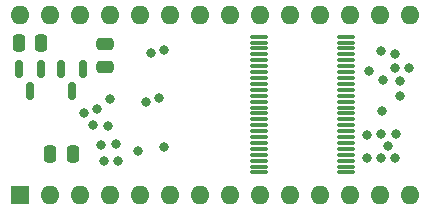
<source format=gbr>
%TF.GenerationSoftware,KiCad,Pcbnew,7.0.5-7.0.5~ubuntu20.04.1*%
%TF.CreationDate,2023-07-18T12:44:14+02:00*%
%TF.ProjectId,EpromEMU_BOT,4570726f-6d45-44d5-955f-424f542e6b69,rev?*%
%TF.SameCoordinates,Original*%
%TF.FileFunction,Soldermask,Bot*%
%TF.FilePolarity,Negative*%
%FSLAX46Y46*%
G04 Gerber Fmt 4.6, Leading zero omitted, Abs format (unit mm)*
G04 Created by KiCad (PCBNEW 7.0.5-7.0.5~ubuntu20.04.1) date 2023-07-18 12:44:14*
%MOMM*%
%LPD*%
G01*
G04 APERTURE LIST*
G04 Aperture macros list*
%AMRoundRect*
0 Rectangle with rounded corners*
0 $1 Rounding radius*
0 $2 $3 $4 $5 $6 $7 $8 $9 X,Y pos of 4 corners*
0 Add a 4 corners polygon primitive as box body*
4,1,4,$2,$3,$4,$5,$6,$7,$8,$9,$2,$3,0*
0 Add four circle primitives for the rounded corners*
1,1,$1+$1,$2,$3*
1,1,$1+$1,$4,$5*
1,1,$1+$1,$6,$7*
1,1,$1+$1,$8,$9*
0 Add four rect primitives between the rounded corners*
20,1,$1+$1,$2,$3,$4,$5,0*
20,1,$1+$1,$4,$5,$6,$7,0*
20,1,$1+$1,$6,$7,$8,$9,0*
20,1,$1+$1,$8,$9,$2,$3,0*%
G04 Aperture macros list end*
%ADD10C,0.800000*%
%ADD11RoundRect,0.250000X0.250000X0.475000X-0.250000X0.475000X-0.250000X-0.475000X0.250000X-0.475000X0*%
%ADD12RoundRect,0.075000X0.662500X0.075000X-0.662500X0.075000X-0.662500X-0.075000X0.662500X-0.075000X0*%
%ADD13R,1.600000X1.600000*%
%ADD14O,1.600000X1.600000*%
%ADD15RoundRect,0.250000X0.475000X-0.250000X0.475000X0.250000X-0.475000X0.250000X-0.475000X-0.250000X0*%
%ADD16RoundRect,0.250000X-0.250000X-0.475000X0.250000X-0.475000X0.250000X0.475000X-0.250000X0.475000X0*%
%ADD17RoundRect,0.150000X-0.150000X0.587500X-0.150000X-0.587500X0.150000X-0.587500X0.150000X0.587500X0*%
G04 APERTURE END LIST*
D10*
%TO.C,J40*%
X111658400Y-95123000D03*
%TD*%
%TO.C,J34*%
X113893600Y-86563200D03*
%TD*%
D11*
%TO.C,C1*%
X106146600Y-95427800D03*
X104246600Y-95427800D03*
%TD*%
D12*
%TO.C,U5*%
X129304720Y-85461600D03*
X129304720Y-85961600D03*
X129304720Y-86461600D03*
X129304720Y-86961600D03*
X129304720Y-87461600D03*
X129304720Y-87961600D03*
X129304720Y-88461600D03*
X129304720Y-88961600D03*
X129304720Y-89461600D03*
X129304720Y-89961600D03*
X129304720Y-90461600D03*
X129304720Y-90961600D03*
X129304720Y-91461600D03*
X129304720Y-91961600D03*
X129304720Y-92461600D03*
X129304720Y-92961600D03*
X129304720Y-93461600D03*
X129304720Y-93961600D03*
X129304720Y-94461600D03*
X129304720Y-94961600D03*
X129304720Y-95461600D03*
X129304720Y-95961600D03*
X129304720Y-96461600D03*
X129304720Y-96961600D03*
X121879720Y-96961600D03*
X121879720Y-96461600D03*
X121879720Y-95961600D03*
X121879720Y-95461600D03*
X121879720Y-94961600D03*
X121879720Y-94461600D03*
X121879720Y-93961600D03*
X121879720Y-93461600D03*
X121879720Y-92961600D03*
X121879720Y-92461600D03*
X121879720Y-91961600D03*
X121879720Y-91461600D03*
X121879720Y-90961600D03*
X121879720Y-90461600D03*
X121879720Y-89961600D03*
X121879720Y-89461600D03*
X121879720Y-88961600D03*
X121879720Y-88461600D03*
X121879720Y-87961600D03*
X121879720Y-87461600D03*
X121879720Y-86961600D03*
X121879720Y-86461600D03*
X121879720Y-85961600D03*
X121879720Y-85461600D03*
%TD*%
D10*
%TO.C,J2*%
X107111800Y-91948000D03*
%TD*%
%TO.C,J32*%
X113436400Y-90652600D03*
%TD*%
%TO.C,J31*%
X113868200Y-94843600D03*
%TD*%
D13*
%TO.C,U7*%
X101650800Y-98831400D03*
D14*
X104190800Y-98831400D03*
X106730800Y-98831400D03*
X109270800Y-98831400D03*
X111810800Y-98831400D03*
X114350800Y-98831400D03*
X116890800Y-98831400D03*
X119430800Y-98831400D03*
X121970800Y-98831400D03*
X124510800Y-98831400D03*
X127050800Y-98831400D03*
X129590800Y-98831400D03*
X132130800Y-98831400D03*
X134670800Y-98831400D03*
X134670800Y-83591400D03*
X132130800Y-83591400D03*
X129590800Y-83591400D03*
X127050800Y-83591400D03*
X124510800Y-83591400D03*
X121970800Y-83591400D03*
X119430800Y-83591400D03*
X116890800Y-83591400D03*
X114350800Y-83591400D03*
X111810800Y-83591400D03*
X109270800Y-83591400D03*
X106730800Y-83591400D03*
X104190800Y-83591400D03*
X101650800Y-83591400D03*
%TD*%
D15*
%TO.C,C2*%
X108839000Y-88011000D03*
X108839000Y-86111000D03*
%TD*%
D10*
%TO.C,J6*%
X132257800Y-95732600D03*
%TD*%
%TO.C,J18*%
X133883400Y-89230200D03*
%TD*%
%TO.C,J33*%
X112318800Y-91033600D03*
%TD*%
%TO.C,J5*%
X131089400Y-95732600D03*
%TD*%
%TO.C,J27*%
X108199200Y-91567000D03*
%TD*%
D16*
%TO.C,C6*%
X101589800Y-85979000D03*
X103489800Y-85979000D03*
%TD*%
D10*
%TO.C,J19*%
X133883400Y-90449400D03*
%TD*%
%TO.C,J16*%
X134645400Y-88087200D03*
%TD*%
%TO.C,J7*%
X132867400Y-94716600D03*
%TD*%
%TO.C,J21*%
X108762800Y-96012000D03*
%TD*%
%TO.C,J1*%
X133426200Y-95758000D03*
%TD*%
%TO.C,J10*%
X133477000Y-93700600D03*
%TD*%
%TO.C,J20*%
X109982000Y-96023800D03*
%TD*%
%TO.C,J23*%
X108508800Y-94640400D03*
%TD*%
%TO.C,J11*%
X132308600Y-91795600D03*
%TD*%
%TO.C,J30*%
X112776000Y-86868000D03*
%TD*%
%TO.C,J22*%
X109778800Y-94513400D03*
%TD*%
%TO.C,J25*%
X107899200Y-92964000D03*
%TD*%
%TO.C,J8*%
X131038600Y-93751400D03*
%TD*%
%TO.C,J17*%
X132384800Y-89103200D03*
%TD*%
%TO.C,J24*%
X109143800Y-92989400D03*
%TD*%
%TO.C,J12*%
X131267200Y-88392000D03*
%TD*%
%TO.C,J15*%
X133451600Y-86944200D03*
%TD*%
%TO.C,J14*%
X132283200Y-86715600D03*
%TD*%
D17*
%TO.C,U8*%
X101564400Y-88165700D03*
X103464400Y-88165700D03*
X102514400Y-90040700D03*
%TD*%
%TO.C,D2*%
X105120400Y-88168000D03*
X107020400Y-88168000D03*
X106070400Y-90043000D03*
%TD*%
D10*
%TO.C,J9*%
X132232400Y-93726000D03*
%TD*%
%TO.C,J13*%
X133451600Y-88112600D03*
%TD*%
%TO.C,J26*%
X109267600Y-90779600D03*
%TD*%
M02*

</source>
